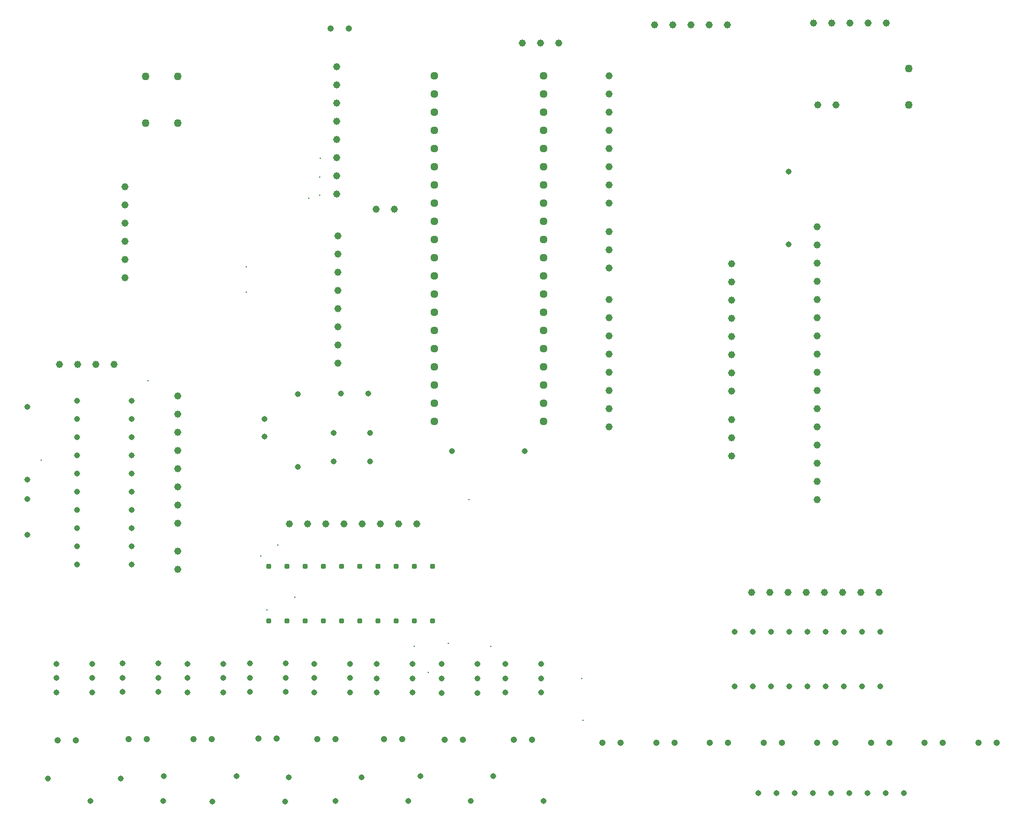
<source format=gbr>
%TF.GenerationSoftware,KiCad,Pcbnew,8.0.6*%
%TF.CreationDate,2025-03-15T16:58:16+05:30*%
%TF.ProjectId,8051_DEVboard,38303531-5f44-4455-9662-6f6172642e6b,rev?*%
%TF.SameCoordinates,Original*%
%TF.FileFunction,Plated,1,2,PTH,Drill*%
%TF.FilePolarity,Positive*%
%FSLAX46Y46*%
G04 Gerber Fmt 4.6, Leading zero omitted, Abs format (unit mm)*
G04 Created by KiCad (PCBNEW 8.0.6) date 2025-03-15 16:58:16*
%MOMM*%
%LPD*%
G01*
G04 APERTURE LIST*
%TA.AperFunction,ViaDrill*%
%ADD10C,0.300000*%
%TD*%
%TA.AperFunction,ComponentDrill*%
%ADD11C,0.787400*%
%TD*%
%TA.AperFunction,ComponentDrill*%
%ADD12C,0.800000*%
%TD*%
%TA.AperFunction,ComponentDrill*%
%ADD13C,0.812800*%
%TD*%
%TA.AperFunction,ComponentDrill*%
%ADD14C,0.900000*%
%TD*%
%TA.AperFunction,ComponentDrill*%
%ADD15C,1.000000*%
%TD*%
%TA.AperFunction,ComponentDrill*%
%ADD16C,1.100000*%
%TD*%
%TA.AperFunction,ComponentDrill*%
%ADD17C,1.117600*%
%TD*%
G04 APERTURE END LIST*
D10*
X91840000Y-100350000D03*
X106700000Y-89310000D03*
X120480000Y-73360000D03*
X120480000Y-76890000D03*
X122445000Y-113740000D03*
X123320000Y-121270000D03*
X124880000Y-112250000D03*
X127210000Y-119480000D03*
X129200000Y-63800000D03*
X130700000Y-60800000D03*
X130700000Y-63350000D03*
X130750000Y-58250000D03*
X143900000Y-126410000D03*
X145800000Y-129980000D03*
X148620000Y-125950000D03*
X151545000Y-105905000D03*
X154540000Y-126400000D03*
X167260000Y-130840000D03*
X167470000Y-136697500D03*
D11*
%TO.C,U3*%
X123560000Y-115200000D03*
X123560000Y-122820000D03*
X126100000Y-115200000D03*
X126100000Y-122820000D03*
X128640000Y-115200000D03*
X128640000Y-122820000D03*
X131180000Y-115200000D03*
X131180000Y-122820000D03*
X133720000Y-115200000D03*
X133720000Y-122820000D03*
X136260000Y-115200000D03*
X136260000Y-122820000D03*
X138800000Y-115200000D03*
X138800000Y-122820000D03*
X141340000Y-115200000D03*
X141340000Y-122820000D03*
X143880000Y-115200000D03*
X143880000Y-122820000D03*
X146420000Y-115200000D03*
X146420000Y-122820000D03*
D12*
%TO.C,10K2*%
X89870000Y-92930000D03*
X89870000Y-103090000D03*
%TO.C,C3*%
X89870000Y-105770000D03*
X89870000Y-110770000D03*
%TO.C,270ohm3*%
X92785000Y-144820000D03*
%TO.C,S1*%
X93962500Y-128790000D03*
X93962500Y-130790000D03*
X93962500Y-132790000D03*
%TO.C,270ohm4*%
X98690000Y-148000000D03*
%TO.C,S1*%
X98962500Y-128790000D03*
X98962500Y-130790000D03*
X98962500Y-132790000D03*
%TO.C,270ohm3*%
X102945000Y-144820000D03*
%TO.C,S2*%
X103202500Y-128750000D03*
X103202500Y-130750000D03*
X103202500Y-132750000D03*
X108202500Y-128750000D03*
X108202500Y-130750000D03*
X108202500Y-132750000D03*
%TO.C,270ohm4*%
X108850000Y-148000000D03*
%TO.C,270ohm5*%
X108915000Y-144490000D03*
%TO.C,S3*%
X112205000Y-128790000D03*
X112205000Y-130790000D03*
X112205000Y-132790000D03*
%TO.C,270ohm6*%
X115710000Y-148040000D03*
%TO.C,S3*%
X117205000Y-128790000D03*
X117205000Y-130790000D03*
X117205000Y-132790000D03*
%TO.C,270ohm5*%
X119075000Y-144490000D03*
%TO.C,S4*%
X120915000Y-128740000D03*
X120915000Y-130740000D03*
X120915000Y-132740000D03*
%TO.C,1uF1*%
X122950000Y-94600000D03*
X122950000Y-97100000D03*
%TO.C,270ohm6*%
X125870000Y-148040000D03*
%TO.C,S4*%
X125915000Y-128740000D03*
X125915000Y-130740000D03*
X125915000Y-132740000D03*
%TO.C,270ohm10*%
X126395000Y-144650000D03*
%TO.C,10k1*%
X127670000Y-91150000D03*
X127670000Y-101310000D03*
%TO.C,S5*%
X129895000Y-128790000D03*
X129895000Y-130790000D03*
X129895000Y-132790000D03*
%TO.C,C2*%
X132670000Y-96530000D03*
%TO.C,C1*%
X132670000Y-100530000D03*
%TO.C,270ohm9*%
X132845000Y-147940000D03*
%TO.C,Y1*%
X133670000Y-91030000D03*
%TO.C,S5*%
X134895000Y-128790000D03*
X134895000Y-130790000D03*
X134895000Y-132790000D03*
%TO.C,270ohm10*%
X136555000Y-144650000D03*
%TO.C,Y1*%
X137470000Y-91030000D03*
%TO.C,C2*%
X137670000Y-96530000D03*
%TO.C,C1*%
X137670000Y-100530000D03*
%TO.C,S6*%
X138645000Y-128840000D03*
X138645000Y-130840000D03*
X138645000Y-132840000D03*
%TO.C,270ohm9*%
X143005000Y-147940000D03*
%TO.C,S6*%
X143645000Y-128840000D03*
X143645000Y-130840000D03*
X143645000Y-132840000D03*
%TO.C,270ohm8*%
X144715000Y-144530000D03*
%TO.C,S7*%
X147715000Y-128870000D03*
X147715000Y-130870000D03*
X147715000Y-132870000D03*
%TO.C,270ohm2*%
X149120000Y-99090000D03*
%TO.C,270ohm*%
X151795000Y-147940000D03*
%TO.C,S7*%
X152715000Y-128870000D03*
X152715000Y-130870000D03*
X152715000Y-132870000D03*
%TO.C,270ohm8*%
X154875000Y-144530000D03*
%TO.C,S8*%
X156612500Y-128840000D03*
X156612500Y-130840000D03*
X156612500Y-132840000D03*
%TO.C,270ohm2*%
X159280000Y-99090000D03*
%TO.C,S8*%
X161612500Y-128840000D03*
X161612500Y-130840000D03*
X161612500Y-132840000D03*
%TO.C,270ohm*%
X161955000Y-147940000D03*
%TO.C,RN1*%
X191935000Y-146850000D03*
X194475000Y-146850000D03*
%TO.C,270ohm1*%
X196110000Y-60120000D03*
X196110000Y-70280000D03*
%TO.C,RN1*%
X197015000Y-146850000D03*
X199555000Y-146850000D03*
X202095000Y-146850000D03*
X204635000Y-146850000D03*
X207175000Y-146850000D03*
X209715000Y-146850000D03*
X212255000Y-146850000D03*
D13*
%TO.C,U4*%
X96860000Y-92060000D03*
X96860000Y-94600000D03*
X96860000Y-97140000D03*
X96860000Y-99680000D03*
X96860000Y-102220000D03*
X96860000Y-104760000D03*
X96860000Y-107300000D03*
X96860000Y-109840000D03*
X96860000Y-112380000D03*
X96860000Y-114920000D03*
X104480000Y-92060000D03*
X104480000Y-94600000D03*
X104480000Y-97140000D03*
X104480000Y-99680000D03*
X104480000Y-102220000D03*
X104480000Y-104760000D03*
X104480000Y-107300000D03*
X104480000Y-109840000D03*
X104480000Y-112380000D03*
X104480000Y-114920000D03*
%TO.C,U2*%
X188635000Y-124350000D03*
X188635000Y-131970000D03*
X191175000Y-124350000D03*
X191175000Y-131970000D03*
X193715000Y-124350000D03*
X193715000Y-131970000D03*
X196255000Y-124350000D03*
X196255000Y-131970000D03*
X198795000Y-124350000D03*
X198795000Y-131970000D03*
X201335000Y-124350000D03*
X201335000Y-131970000D03*
X203875000Y-124350000D03*
X203875000Y-131970000D03*
X206415000Y-124350000D03*
X206415000Y-131970000D03*
X208955000Y-124350000D03*
X208955000Y-131970000D03*
D14*
%TO.C,D10*%
X94085000Y-139470000D03*
X96625000Y-139470000D03*
%TO.C,D11*%
X104015000Y-139360000D03*
X106555000Y-139360000D03*
%TO.C,D12*%
X113055000Y-139290000D03*
X115595000Y-139290000D03*
%TO.C,D14*%
X122135000Y-139280000D03*
X124675000Y-139280000D03*
%TO.C,D17*%
X130385000Y-139370000D03*
%TO.C,D9*%
X132195000Y-40080000D03*
%TO.C,D17*%
X132925000Y-139370000D03*
%TO.C,D9*%
X134735000Y-40080000D03*
%TO.C,D16*%
X139645000Y-139370000D03*
X142185000Y-139370000D03*
%TO.C,D13*%
X148160000Y-139400000D03*
X150700000Y-139400000D03*
%TO.C,D15*%
X157745000Y-139440000D03*
X160285000Y-139440000D03*
%TO.C,D8*%
X170135000Y-139850000D03*
X172675000Y-139850000D03*
%TO.C,D7*%
X177635000Y-139850000D03*
X180175000Y-139850000D03*
%TO.C,D6*%
X185135000Y-139850000D03*
X187675000Y-139850000D03*
%TO.C,D5*%
X192635000Y-139850000D03*
X195175000Y-139850000D03*
%TO.C,D4*%
X200135000Y-139850000D03*
X202675000Y-139850000D03*
%TO.C,D3*%
X207635000Y-139850000D03*
X210175000Y-139850000D03*
%TO.C,D2*%
X215135000Y-139850000D03*
X217675000Y-139850000D03*
%TO.C,D1*%
X222635000Y-139850000D03*
X225175000Y-139850000D03*
D15*
%TO.C,J2*%
X94370000Y-87000000D03*
X96910000Y-87000000D03*
X99450000Y-87000000D03*
X101990000Y-87000000D03*
%TO.C,Programming_Pins1*%
X103510000Y-62210000D03*
X103510000Y-64750000D03*
X103510000Y-67290000D03*
X103510000Y-69830000D03*
X103510000Y-72370000D03*
X103510000Y-74910000D03*
%TO.C,ADC_DATA1*%
X110870000Y-91370000D03*
X110870000Y-93910000D03*
X110870000Y-96450000D03*
X110870000Y-98990000D03*
X110870000Y-101530000D03*
X110870000Y-104070000D03*
X110870000Y-106610000D03*
X110870000Y-109150000D03*
%TO.C,J6*%
X110870000Y-113080000D03*
X110870000Y-115620000D03*
%TO.C,OUTPUT_LED2*%
X126410000Y-109270000D03*
X128950000Y-109270000D03*
X131490000Y-109270000D03*
%TO.C,Port_1*%
X133020000Y-45470000D03*
X133020000Y-48010000D03*
X133020000Y-50550000D03*
X133020000Y-53090000D03*
X133020000Y-55630000D03*
X133020000Y-58170000D03*
X133020000Y-60710000D03*
X133020000Y-63250000D03*
%TO.C,Port_3*%
X133250000Y-69020000D03*
X133250000Y-71560000D03*
X133250000Y-74100000D03*
X133250000Y-76640000D03*
X133250000Y-79180000D03*
X133250000Y-81720000D03*
X133250000Y-84260000D03*
X133250000Y-86800000D03*
%TO.C,OUTPUT_LED2*%
X134030000Y-109270000D03*
X136570000Y-109270000D03*
%TO.C,J3*%
X138520000Y-65350000D03*
%TO.C,OUTPUT_LED2*%
X139110000Y-109270000D03*
%TO.C,J3*%
X141060000Y-65350000D03*
%TO.C,OUTPUT_LED2*%
X141650000Y-109270000D03*
X144190000Y-109270000D03*
%TO.C,J1*%
X158970000Y-42100000D03*
X161510000Y-42100000D03*
X164050000Y-42100000D03*
%TO.C,Port_0*%
X171100000Y-46710000D03*
X171100000Y-49250000D03*
X171100000Y-51790000D03*
X171100000Y-54330000D03*
X171100000Y-56870000D03*
X171100000Y-59410000D03*
X171100000Y-61950000D03*
X171100000Y-64490000D03*
%TO.C,J5*%
X171100000Y-68450000D03*
X171100000Y-70990000D03*
X171100000Y-73530000D03*
%TO.C,Port_2*%
X171100000Y-77950000D03*
X171100000Y-80490000D03*
X171100000Y-83030000D03*
X171100000Y-85570000D03*
X171100000Y-88110000D03*
X171100000Y-90650000D03*
X171100000Y-93190000D03*
X171100000Y-95730000D03*
%TO.C,J9*%
X177430000Y-39630000D03*
X179970000Y-39630000D03*
X182510000Y-39630000D03*
X185050000Y-39630000D03*
X187590000Y-39630000D03*
%TO.C,RS_R/W_EN1*%
X188140000Y-94690000D03*
X188140000Y-97230000D03*
X188140000Y-99770000D03*
%TO.C,LCD_DATA1*%
X188200000Y-72960000D03*
X188200000Y-75500000D03*
X188200000Y-78040000D03*
X188200000Y-80580000D03*
X188200000Y-83120000D03*
X188200000Y-85660000D03*
X188200000Y-88200000D03*
X188200000Y-90740000D03*
%TO.C,OUTPUT_LED1*%
X190935000Y-118850000D03*
X193475000Y-118850000D03*
X196015000Y-118850000D03*
X198555000Y-118850000D03*
%TO.C,J8*%
X199620000Y-39320000D03*
%TO.C,J4*%
X200100000Y-67800000D03*
X200100000Y-70340000D03*
X200100000Y-72880000D03*
X200100000Y-75420000D03*
X200100000Y-77960000D03*
X200100000Y-80500000D03*
X200100000Y-83040000D03*
X200100000Y-85580000D03*
X200100000Y-88120000D03*
X200100000Y-90660000D03*
X200100000Y-93200000D03*
X200100000Y-95740000D03*
X200100000Y-98280000D03*
X200100000Y-100820000D03*
X200100000Y-103360000D03*
X200100000Y-105900000D03*
%TO.C,GND_JMP1*%
X200210000Y-50800000D03*
%TO.C,OUTPUT_LED1*%
X201095000Y-118850000D03*
%TO.C,J8*%
X202160000Y-39320000D03*
%TO.C,GND_JMP1*%
X202750000Y-50800000D03*
%TO.C,OUTPUT_LED1*%
X203635000Y-118850000D03*
%TO.C,J8*%
X204700000Y-39320000D03*
%TO.C,OUTPUT_LED1*%
X206175000Y-118850000D03*
%TO.C,J8*%
X207240000Y-39320000D03*
%TO.C,OUTPUT_LED1*%
X208715000Y-118850000D03*
%TO.C,J8*%
X209780000Y-39320000D03*
D16*
%TO.C,SW1*%
X106400000Y-46800000D03*
X106400000Y-53300000D03*
X110900000Y-46800000D03*
X110900000Y-53300000D03*
%TO.C,PBT_CONNECTOR1*%
X212900000Y-45670000D03*
X212900000Y-50750000D03*
D17*
%TO.C,U1*%
X146660000Y-46670000D03*
X146660000Y-49210000D03*
X146660000Y-51750000D03*
X146660000Y-54290000D03*
X146660000Y-56830000D03*
X146660000Y-59370000D03*
X146660000Y-61910000D03*
X146660000Y-64450000D03*
X146660000Y-66990000D03*
X146660000Y-69530000D03*
X146660000Y-72070000D03*
X146660000Y-74610000D03*
X146660000Y-77150000D03*
X146660000Y-79690000D03*
X146660000Y-82230000D03*
X146660000Y-84770000D03*
X146660000Y-87310000D03*
X146660000Y-89850000D03*
X146660000Y-92390000D03*
X146660000Y-94930000D03*
X161900000Y-46670000D03*
X161900000Y-49210000D03*
X161900000Y-51750000D03*
X161900000Y-54290000D03*
X161900000Y-56830000D03*
X161900000Y-59370000D03*
X161900000Y-61910000D03*
X161900000Y-64450000D03*
X161900000Y-66990000D03*
X161900000Y-69530000D03*
X161900000Y-72070000D03*
X161900000Y-74610000D03*
X161900000Y-77150000D03*
X161900000Y-79690000D03*
X161900000Y-82230000D03*
X161900000Y-84770000D03*
X161900000Y-87310000D03*
X161900000Y-89850000D03*
X161900000Y-92390000D03*
X161900000Y-94930000D03*
M02*

</source>
